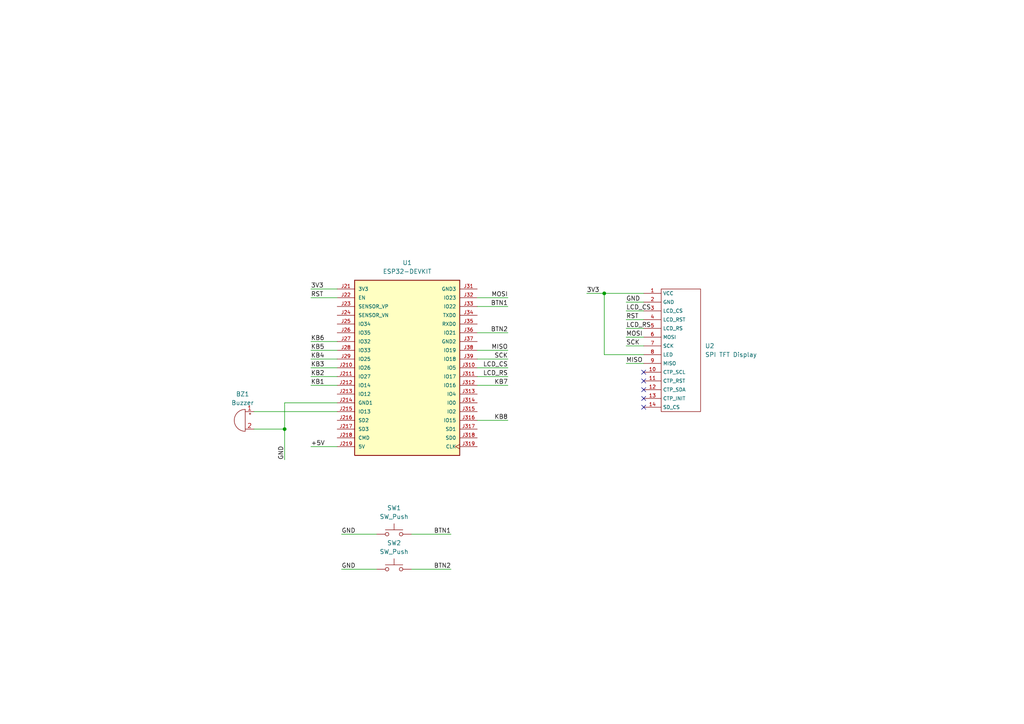
<source format=kicad_sch>
(kicad_sch (version 20250114) (generator "eeschema") (generator_version "9.0")
  (paper "A4")
  (lib_symbols
    (symbol "Device:Buzzer" (pin_names (offset 0.0254) (hide yes))
      (property "Reference" "BZ" (at 3.81 1.27 0))
      (property "Value" "Buzzer" (at 3.81 -1.27 0))
      (symbol "Buzzer_0_1"
        (polyline (pts (xy -1.651 1.905) (xy -1.143 1.905)))
        (polyline (pts (xy -1.397 2.159) (xy -1.397 1.651)))
        (arc (start 0 3.175) (mid 3.1612 0) (end 0 -3.175))
        (polyline (pts (xy 0 3.175) (xy 0 -3.175)))
      )
      (symbol "Buzzer_1_1"
        (pin passive line (at -2.54 2.54 0) (length 2.54) (name "+") (number "1"))
        (pin passive line (at -2.54 -2.54 0) (length 2.54) (name "-") (number "2"))
      )
    )
    (symbol "Switch:SW_Push" (pin_numbers (hide yes)) (pin_names (offset 1.016) (hide yes))
      (property "Reference" "SW" (at 1.27 2.54 0))
      (property "Value" "SW_Push" (at 0 -1.524 0))
      (symbol "SW_Push_0_1"
        (circle (center -2.032 0) (radius 0.508))
        (polyline (pts (xy 0 1.27) (xy 0 3.048)))
        (circle (center 2.032 0) (radius 0.508))
        (polyline (pts (xy 2.54 1.27) (xy -2.54 1.27)))
        (pin passive line (at -5.08 0 0) (length 2.54) (name "1") (number "1"))
        (pin passive line (at 5.08 0 180) (length 2.54) (name "2") (number "2"))
      )
    )
    (symbol "customLib:ESP32-DEVKITC-32D" (pin_names (offset 1.016))
      (property "Reference" "U" (at -15.2654 26.0604 0))
      (property "Value" "ESP32-DEVKITC-32D" (at -15.2654 -27.9654 0))
      (symbol "ESP32-DEVKITC-32D_0_0"
        (rectangle (start -15.24 -25.4) (end 15.24 25.4) (stroke (width 0.254)) (fill (type background)))
        (pin power_in line (at -20.32 22.86 0) (length 5.08) (name "3V3") (number "J21"))
        (pin input line (at -20.32 20.32 0) (length 5.08) (name "EN") (number "J22"))
        (pin input line (at -20.32 17.78 0) (length 5.08) (name "SENSOR_VP") (number "J23"))
        (pin input line (at -20.32 15.24 0) (length 5.08) (name "SENSOR_VN") (number "J24"))
        (pin bidirectional line (at -20.32 12.7 0) (length 5.08) (name "IO34") (number "J25"))
        (pin bidirectional line (at -20.32 10.16 0) (length 5.08) (name "IO35") (number "J26"))
        (pin bidirectional line (at -20.32 7.62 0) (length 5.08) (name "IO32") (number "J27"))
        (pin bidirectional line (at -20.32 5.08 0) (length 5.08) (name "IO33") (number "J28"))
        (pin bidirectional line (at -20.32 2.54 0) (length 5.08) (name "IO25") (number "J29"))
        (pin bidirectional line (at -20.32 0 0) (length 5.08) (name "IO26") (number "J210"))
        (pin bidirectional line (at -20.32 -2.54 0) (length 5.08) (name "IO27") (number "J211"))
        (pin bidirectional line (at -20.32 -5.08 0) (length 5.08) (name "IO14") (number "J212"))
        (pin bidirectional line (at -20.32 -7.62 0) (length 5.08) (name "IO12") (number "J213"))
        (pin power_in line (at -20.32 -10.16 0) (length 5.08) (name "GND1") (number "J214"))
        (pin bidirectional line (at -20.32 -12.7 0) (length 5.08) (name "IO13") (number "J215"))
        (pin bidirectional line (at -20.32 -15.24 0) (length 5.08) (name "SD2") (number "J216"))
        (pin bidirectional line (at -20.32 -17.78 0) (length 5.08) (name "SD3") (number "J217"))
        (pin bidirectional line (at -20.32 -20.32 0) (length 5.08) (name "CMD") (number "J218"))
        (pin power_in line (at 20.32 22.86 180) (length 5.08) (name "GND3") (number "J31"))
        (pin bidirectional line (at 20.32 20.32 180) (length 5.08) (name "IO23") (number "J32"))
        (pin bidirectional line (at 20.32 17.78 180) (length 5.08) (name "IO22") (number "J33"))
        (pin output line (at 20.32 15.24 180) (length 5.08) (name "TXD0") (number "J34"))
        (pin input line (at 20.32 12.7 180) (length 5.08) (name "RXD0") (number "J35"))
        (pin bidirectional line (at 20.32 10.16 180) (length 5.08) (name "IO21") (number "J36"))
        (pin power_in line (at 20.32 7.62 180) (length 5.08) (name "GND2") (number "J37"))
        (pin bidirectional line (at 20.32 5.08 180) (length 5.08) (name "IO19") (number "J38"))
        (pin bidirectional line (at 20.32 2.54 180) (length 5.08) (name "IO18") (number "J39"))
        (pin bidirectional line (at 20.32 0 180) (length 5.08) (name "IO5") (number "J310"))
        (pin bidirectional line (at 20.32 -2.54 180) (length 5.08) (name "IO17") (number "J311"))
        (pin bidirectional line (at 20.32 -5.08 180) (length 5.08) (name "IO16") (number "J312"))
        (pin bidirectional line (at 20.32 -7.62 180) (length 5.08) (name "IO4") (number "J313"))
        (pin bidirectional line (at 20.32 -10.16 180) (length 5.08) (name "IO0") (number "J314"))
        (pin bidirectional line (at 20.32 -12.7 180) (length 5.08) (name "IO2") (number "J315"))
        (pin bidirectional line (at 20.32 -15.24 180) (length 5.08) (name "IO15") (number "J316"))
        (pin bidirectional line (at 20.32 -17.78 180) (length 5.08) (name "SD1") (number "J317"))
        (pin bidirectional line (at 20.32 -20.32 180) (length 5.08) (name "SD0") (number "J318"))
        (pin input clock (at 20.32 -22.86 180) (length 5.08) (name "CLK") (number "J319"))
      )
      (symbol "ESP32-DEVKITC-32D_1_0"
        (pin power_in line (at -20.32 -22.86 0) (length 5.08) (name "5V") (number "J219"))
      )
    )
    (symbol "customLib:TFT_SPI_Display"
      (property "Reference" "U" (at 0 0 0))
      (symbol "TFT_SPI_Display_0_1"
        (rectangle (start -6.35 17.78) (end 5.08 -17.78))
      )
      (symbol "TFT_SPI_Display_1_0"
        (pin power_in line (at -11.43 16.51 0) (length 5.08) (name "VCC") (number "1"))
        (pin power_in line (at -11.43 13.97 0) (length 5.08) (name "GND") (number "2"))
        (pin input line (at -11.43 11.43 0) (length 5.08) (name "LCD_CS") (number "3"))
        (pin input line (at -11.43 8.89 0) (length 5.08) (name "LCD_RST") (number "4"))
        (pin input line (at -11.43 6.35 0) (length 5.08) (name "LCD_RS") (number "5"))
        (pin input line (at -11.43 3.81 0) (length 5.08) (name "MOSI") (number "6"))
        (pin input line (at -11.43 1.27 0) (length 5.08) (name "SCK") (number "7"))
        (pin power_in line (at -11.43 -1.27 0) (length 5.08) (name "LED") (number "8"))
        (pin power_out line (at -11.43 -3.81 0) (length 5.08) (name "MISO") (number "9"))
        (pin input line (at -11.43 -6.35 0) (length 5.08) (name "CTP_SCL") (number "10"))
        (pin input line (at -11.43 -8.89 0) (length 5.08) (name "CTP_RST") (number "11"))
        (pin bidirectional line (at -11.43 -11.43 0) (length 5.08) (name "CTP_SDA") (number "12"))
        (pin output line (at -11.43 -13.97 0) (length 5.08) (name "CTP_INIT") (number "13"))
        (pin input line (at -11.43 -16.51 0) (length 5.08) (name "SD_CS") (number "14"))
      )
    )
  )
  (junction (at 82.55 124.46))
  (junction (at 175.26 85.09))
  (no_connect (at 186.69 110.49))
  (no_connect (at 186.69 115.57))
  (no_connect (at 186.69 113.03))
  (no_connect (at 186.69 107.95))
  (no_connect (at 186.69 118.11))
  (wire (pts (xy 181.61 97.79) (xy 186.69 97.79)))
  (wire (pts (xy 138.43 111.76) (xy 147.32 111.76)))
  (wire (pts (xy 90.17 86.36) (xy 97.79 86.36)))
  (wire (pts (xy 90.17 99.06) (xy 97.79 99.06)))
  (wire (pts (xy 181.61 100.33) (xy 186.69 100.33)))
  (wire (pts (xy 181.61 87.63) (xy 186.69 87.63)))
  (wire (pts (xy 82.55 116.84) (xy 82.55 124.46)))
  (wire (pts (xy 90.17 111.76) (xy 97.79 111.76)))
  (wire (pts (xy 138.43 96.52) (xy 147.32 96.52)))
  (wire (pts (xy 138.43 109.22) (xy 147.32 109.22)))
  (wire (pts (xy 138.43 88.9) (xy 147.32 88.9)))
  (wire (pts (xy 181.61 90.17) (xy 186.69 90.17)))
  (wire (pts (xy 90.17 106.68) (xy 97.79 106.68)))
  (wire (pts (xy 99.06 165.1) (xy 109.22 165.1)))
  (wire (pts (xy 175.26 85.09) (xy 175.26 102.87)))
  (wire (pts (xy 82.55 124.46) (xy 82.55 133.35)))
  (wire (pts (xy 170.18 85.09) (xy 175.26 85.09)))
  (wire (pts (xy 181.61 105.41) (xy 186.69 105.41)))
  (wire (pts (xy 175.26 85.09) (xy 186.69 85.09)))
  (wire (pts (xy 90.17 109.22) (xy 97.79 109.22)))
  (wire (pts (xy 73.66 124.46) (xy 82.55 124.46)))
  (wire (pts (xy 90.17 101.6) (xy 97.79 101.6)))
  (wire (pts (xy 73.66 119.38) (xy 97.79 119.38)))
  (wire (pts (xy 82.55 116.84) (xy 97.79 116.84)))
  (wire (pts (xy 181.61 95.25) (xy 186.69 95.25)))
  (wire (pts (xy 138.43 104.14) (xy 147.32 104.14)))
  (wire (pts (xy 99.06 154.94) (xy 109.22 154.94)))
  (wire (pts (xy 138.43 86.36) (xy 147.32 86.36)))
  (wire (pts (xy 119.38 165.1) (xy 130.81 165.1)))
  (wire (pts (xy 90.17 129.54) (xy 97.79 129.54)))
  (wire (pts (xy 181.61 92.71) (xy 186.69 92.71)))
  (wire (pts (xy 119.38 154.94) (xy 130.81 154.94)))
  (wire (pts (xy 138.43 106.68) (xy 147.32 106.68)))
  (wire (pts (xy 138.43 101.6) (xy 147.32 101.6)))
  (wire (pts (xy 90.17 104.14) (xy 97.79 104.14)))
  (wire (pts (xy 138.43 121.92) (xy 147.32 121.92)))
  (wire (pts (xy 90.17 83.82) (xy 97.79 83.82)))
  (wire (pts (xy 186.69 102.87) (xy 175.26 102.87)))
  (label "KB5" (at 90.17 101.6 0))
  (label "GND" (at 82.55 133.35 90))
  (label "MOSI" (at 147.32 86.36 180))
  (label "3V3" (at 170.18 85.09 0))
  (label "BTN2" (at 130.81 165.1 180))
  (label "KB7" (at 147.32 111.76 180))
  (label "KB6" (at 90.17 99.06 0))
  (label "+5V" (at 90.17 129.54 0))
  (label "BTN2" (at 147.32 96.52 180))
  (label "MOSI" (at 181.61 97.79 0))
  (label "MISO" (at 181.61 105.41 0))
  (label "GND" (at 99.06 165.1 0))
  (label "RST" (at 90.17 86.36 0))
  (label "LCD_RS" (at 181.61 95.25 0))
  (label "SCK" (at 181.61 100.33 0))
  (label "KB3" (at 90.17 106.68 0))
  (label "RST" (at 181.61 92.71 0))
  (label "LCD_CS" (at 181.61 90.17 0))
  (label "GND" (at 99.06 154.94 0))
  (label "SCK" (at 147.32 104.14 180))
  (label "3V3" (at 90.17 83.82 0))
  (label "LCD_CS" (at 147.32 106.68 180))
  (label "KB2" (at 90.17 109.22 0))
  (label "MISO" (at 147.32 101.6 180))
  (label "BTN1" (at 130.81 154.94 180))
  (label "LCD_RS" (at 147.32 109.22 180))
  (label "KB4" (at 90.17 104.14 0))
  (label "KB8" (at 147.32 121.92 180))
  (label "GND" (at 181.61 87.63 0))
  (label "BTN1" (at 147.32 88.9 180))
  (label "KB1" (at 90.17 111.76 0))
  (symbol (lib_id "Device:Buzzer") (at 71.12 121.92 0) (mirror y) (unit 1)
    (property "Reference" "BZ1" (at 70.3649 114.3 0))
    (property "Value" "Buzzer" (at 70.3649 116.84 0))
    (property "Description" "Buzzer, polarized" (effects (hide yes)))
  )
  (symbol (lib_id "customLib:TFT_SPI_Display") (at 198.12 101.6 0) (unit 1)
    (property "Reference" "U2" (at 204.47 100.3299 0) (effects (justify left)))
    (property "Value" "SPI TFT Display" (at 204.47 102.8699 0) (effects (justify left)))
  )
  (symbol (lib_id "customLib:ESP32-DEVKITC-32D") (at 118.11 106.68 0) (unit 1)
    (property "Reference" "U1" (at 118.11 76.2 0))
    (property "Value" "ESP32-DEVKIT" (at 118.11 78.74 0))
    (property "Footprint" "MODULE_ESP32-DEVKITC-32D" (effects (hide yes)))
    (property "MF" "Espressif Systems" (effects (hide yes)))
    (property "MAXIMUM_PACKAGE_HEIGHT" "N/A" (effects (hide yes)))
    (property "Package" "None" (effects (hide yes)))
    (property "Price" "None" (effects (hide yes)))
    (property "Check_prices" "https://www.snapeda.com/parts/ESP32-DEVKITC-32D/Espressif+Systems/view-part/?ref=eda" (effects (hide yes)))
    (property "STANDARD" "Manufacturer Recommendations" (effects (hide yes)))
    (property "PARTREV" "V4" (effects (hide yes)))
    (property "SnapEDA_Link" "https://www.snapeda.com/parts/ESP32-DEVKITC-32D/Espressif+Systems/view-part/?ref=snap" (effects (hide yes)))
    (property "MP" "ESP32-DEVKITC-32D" (effects (hide yes)))
    (property "Description_1" "\\n                        \\n                            WiFi Development Tools (802.11) ESP32 General Development Kit, ESP32-WROOM-32D on the board\\n                        \\n" (effects (hide yes)))
    (property "MANUFACTURER" "Espressif Systems" (effects (hide yes)))
    (property "Availability" "In Stock" (effects (hide yes)))
    (property "SNAPEDA_PN" "ESP32-DEVKITC-32D" (effects (hide yes)))
  )
  (symbol (lib_id "Switch:SW_Push") (at 114.3 154.94 0) (unit 1)
    (property "Reference" "SW1" (at 114.3 147.32 0))
    (property "Value" "SW_Push" (at 114.3 149.86 0))
    (property "Description" "Push button switch, generic, two pins" (effects (hide yes)))
  )
  (symbol (lib_id "Switch:SW_Push") (at 114.3 165.1 0) (unit 1)
    (property "Reference" "SW2" (at 114.3 157.48 0))
    (property "Value" "SW_Push" (at 114.3 160.02 0))
    (property "Description" "Push button switch, generic, two pins" (effects (hide yes)))
  )
)
</source>
